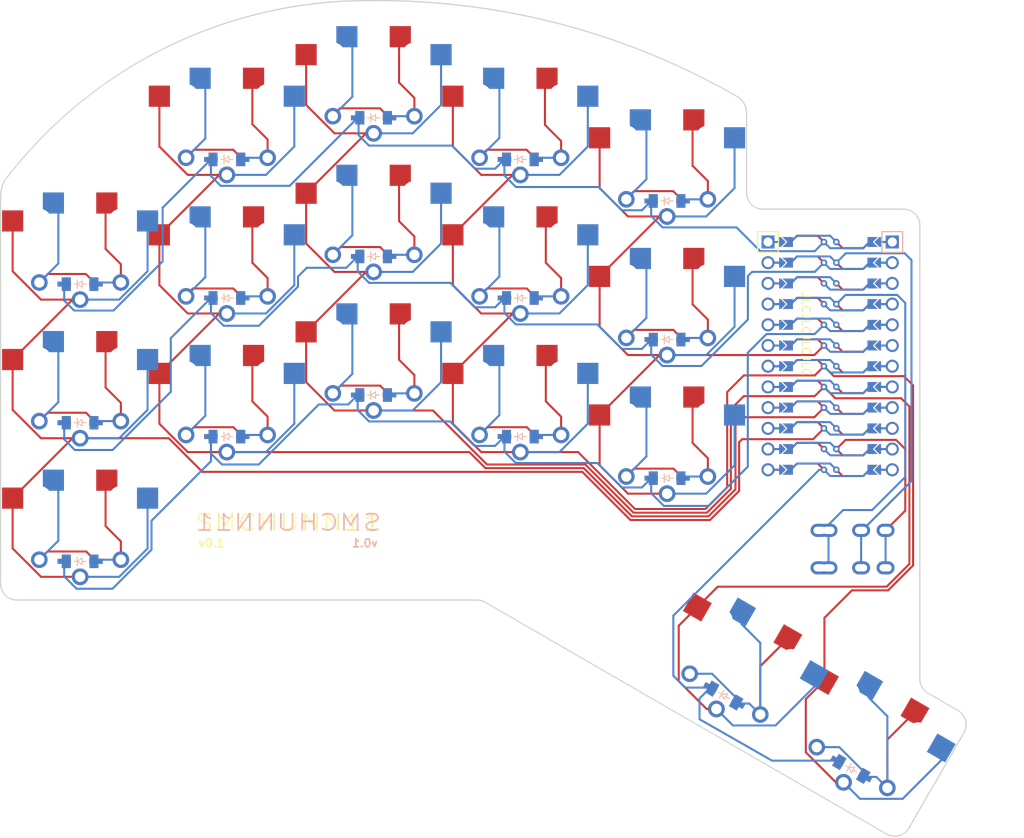
<source format=kicad_pcb>
(kicad_pcb (version 20211014) (generator pcbnew)
  (title_block (title "smcboard") (rev "v1.0.0") (company "Unknown"))
  (layers (0 "F.Cu" signal) (31 "B.Cu" signal) (34 "B.Paste" user) (35 "F.Paste" user) (36 "B.SilkS" user "B.Silkscreen") (37 "F.SilkS" user "F.Silkscreen") (38 "B.Mask" user) (39 "F.Mask" user) (44 "Edge.Cuts" user))
  (net 0 "")
  (net 1 "pinky_bottom")
  (net 2 "P7")
  (net 3 "P2")
  (net 4 "pinky_home")
  (net 5 "P0")
  (net 6 "pinky_top")
  (net 7 "P1")
  (net 8 "ring_bottom")
  (net 9 "P6")
  (net 10 "ring_home")
  (net 11 "ring_top")
  (net 12 "middle_bottom")
  (net 13 "P5")
  (net 14 "middle_home")
  (net 15 "middle_top")
  (net 16 "index_bottom")
  (net 17 "P4")
  (net 18 "index_home")
  (net 19 "index_top")
  (net 20 "inner_bottom")
  (net 21 "P3")
  (net 22 "inner_home")
  (net 23 "inner_top")
  (net 24 "near_thumb")
  (net 25 "P9")
  (net 26 "home_thumb")
  (net 27 "RAW")
  (net 28 "GND")
  (net 29 "RST")
  (net 30 "VCC")
  (net 31 "P21")
  (net 32 "P20")
  (net 33 "P19")
  (net 34 "P18")
  (net 35 "P15")
  (net 36 "P14")
  (net 37 "P16")
  (net 38 "P10")
  (net 39 "P8")
  (footprint "ComboDiode" (layer "F.Cu") (at 174.561539 92.096)
    (fp_text reference "D9" hide)
    (fp_text value "" hide)
  )
  (footprint "PG1350" (layer "F.Cu") (at 174.561539 105.096 180)
    (fp_text reference "S16" hide)
    (fp_text value "" hide)
  )
  (footprint "PG1350" (layer "F.Cu") (at 192.561539 93.196 180)
    (fp_text reference "S24" hide)
    (fp_text value "" hide)
  )
  (footprint "PG1350" (layer "F.Cu") (at 138.561539 108.496 180)
    (fp_text reference "S6" hide)
    (fp_text value "" hide)
  )
  (footprint "PG1350" (layer "F.Cu") (at 174.561539 88.096)
    (fp_text reference "S17" hide)
    (fp_text value "" hide)
  )
  (footprint "PG1350" (layer "F.Cu") (at 210.561539 98.296)
    (fp_text reference "S29" hide)
    (fp_text value "" hide)
  )
  (footprint "PG1350" (layer "F.Cu") (at 156.561539 93.196)
    (fp_text reference "S11" hide)
    (fp_text value "" hide)
  )
  (footprint "PG1350" (layer "F.Cu") (at 138.561539 142.496)
    (fp_text reference "S1" hide)
    (fp_text value "" hide)
  )
  (footprint "PG1350" (layer "F.Cu") (at 138.561539 108.496)
    (fp_text reference "S5" hide)
    (fp_text value "" hide)
  )
  (footprint "PG1350" (layer "F.Cu") (at 156.561539 127.196 180)
    (fp_text reference "S8" hide)
    (fp_text value "" hide)
  )
  (footprint "ComboDiode" (layer "F.Cu") (at 210.561539 102.296)
    (fp_text reference "D15" hide)
    (fp_text value "" hide)
  )
  (footprint "PG1350" (layer "F.Cu") (at 192.561539 93.196)
    (fp_text reference "S23" hide)
    (fp_text value "" hide)
  )
  (footprint "PG1350" (layer "F.Cu") (at 192.561539 127.196 180)
    (fp_text reference "S20" hide)
    (fp_text value "" hide)
  )
  (footprint "ComboDiode" (layer "F.Cu") (at 217.561539 162.960102 -30)
    (fp_text reference "D16" hide)
    (fp_text value "" hide)
  )
  (footprint "PG1350" (layer "F.Cu") (at 138.561539 142.496 180)
    (fp_text reference "S2" hide)
    (fp_text value "" hide)
  )
  (footprint "PG1350" (layer "F.Cu") (at 235.149996 168.496 150)
    (fp_text reference "S34" hide)
    (fp_text value "" hide)
  )
  (footprint "PG1350" (layer "F.Cu") (at 210.561539 115.296 180)
    (fp_text reference "S28" hide)
    (fp_text value "" hide)
  )
  (footprint "ComboDiode" (layer "F.Cu") (at 138.561539 146.496)
    (fp_text reference "D1" hide)
    (fp_text value "" hide)
  )
  (footprint "PG1350" (layer "F.Cu") (at 235.149996 168.496 -30)
    (fp_text reference "S33" hide)
    (fp_text value "" hide)
  )
  (footprint "PG1350" (layer "F.Cu") (at 174.561539 88.096 180)
    (fp_text reference "S18" hide)
    (fp_text value "" hide)
  )
  (footprint "PG1350" (layer "F.Cu") (at 192.561539 110.196 180)
    (fp_text reference "S22" hide)
    (fp_text value "" hide)
  )
  (footprint "ComboDiode" (layer "F.Cu") (at 210.561539 136.296)
    (fp_text reference "D13" hide)
    (fp_text value "" hide)
  )
  (footprint "ComboDiode" (layer "F.Cu") (at 156.561539 131.196)
    (fp_text reference "D4" hide)
    (fp_text value "" hide)
  )
  (footprint "PG1350" (layer "F.Cu") (at 174.561539 105.096)
    (fp_text reference "S15" hide)
    (fp_text value "" hide)
  )
  (footprint "ComboDiode" (layer "F.Cu") (at 192.561539 97.196)
    (fp_text reference "D12" hide)
    (fp_text value "" hide)
  )
  (footprint "PG1350" (layer "F.Cu") (at 156.561539 110.196)
    (fp_text reference "S9" hide)
    (fp_text value "" hide)
  )
  (footprint "ComboDiode" (layer "F.Cu") (at 156.561539 97.196)
    (fp_text reference "D6" hide)
    (fp_text value "" hide)
  )
  (footprint "PG1350" (layer "F.Cu") (at 192.561539 127.196)
    (fp_text reference "S19" hide)
    (fp_text value "" hide)
  )
  (footprint "PG1350" (layer "F.Cu") (at 210.561539 132.296 180)
    (fp_text reference "S26" hide)
    (fp_text value "" hide)
  )
  (footprint "TRRS-PJ-320A-dual" (layer "F.Cu") (at 240.561539 147.296 -90)
    (fp_text reference "REF**")
    (fp_text value "TRRS-PJ-320A-dual")
  )
  (footprint "PG1350" (layer "F.Cu") (at 192.561539 110.196)
    (fp_text reference "S21" hide)
    (fp_text value "" hide)
  )
  (footprint "PG1350" (layer "F.Cu") (at 138.561539 125.496)
    (fp_text reference "S3" hide)
    (fp_text value "" hide)
  )
  (footprint "PG1350" (layer "F.Cu") (at 156.561539 93.196 180)
    (fp_text reference "S12" hide)
    (fp_text value "" hide)
  )
  (footprint "ComboDiode" (layer "F.Cu") (at 156.561539 114.196)
    (fp_text reference "D5" hide)
    (fp_text value "" hide)
  )
  (footprint "PG1350" (layer "F.Cu") (at 156.561539 110.196 180)
    (fp_text reference "S10" hide)
    (fp_text value "" hide)
  )
  (footprint "ComboDiode" (layer "F.Cu") (at 233.149996 171.960102 -30)
    (fp_text reference "D17" hide)
    (fp_text value "" hide)
  )
  (footprint "ComboDiode" (layer "F.Cu") (at 192.561539 114.196)
    (fp_text reference "D11" hide)
    (fp_text value "" hide)
  )
  (footprint "PG1350" (layer "F.Cu") (at 210.561539 115.296)
    (fp_text reference "S27" hide)
    (fp_text value "" hide)
  )
  (footprint "PG1350" (layer "F.Cu") (at 210.561539 98.296 180)
    (fp_text reference "S30" hide)
    (fp_text value "" hide)
  )
  (footprint "ComboDiode" (layer "F.Cu") (at 174.561539 126.096)
    (fp_text reference "D7" hide)
    (fp_text value "" hide)
  )
  (footprint "ComboDiode" (layer "F.Cu") (at 174.561539 109.096)
    (fp_text reference "D8" hide)
    (fp_text value "" hide)
  )
  (footprint "ComboDiode" (layer "F.Cu") (at 210.561539 119.296)
    (fp_text reference "D14" hide)
    (fp_text value "" hide)
  )
  (footprint "PG1350" (layer "F.Cu") (at 156.561539 127.196)
    (fp_text reference "S7" hide)
    (fp_text value "" hide)
  )
  (footprint "PG1350" (layer "F.Cu") (at 210.561539 132.296)
    (fp_text reference "S25" hide)
    (fp_text value "" hide)
  )
  (footprint "PG1350" (layer "F.Cu") (at 174.561539 122.096)
    (fp_text reference "S13" hide)
    (fp_text value "" hide)
  )
  (footprint "ComboDiode" (layer "F.Cu") (at 138.561539 129.496)
    (fp_text reference "D2" hide)
    (fp_text value "" hide)
  )
  (footprint "ComboDiode" (layer "F.Cu") (at 138.561539 112.496)
    (fp_text reference "D3" hide)
    (fp_text value "" hide)
  )
  (footprint "PG1350" (layer "F.Cu") (at 138.561539 125.496 180)
    (fp_text reference "S4" hide)
    (fp_text value "" hide)
  )
  (footprint "PG1350" (layer "F.Cu") (at 174.561539 122.096 180)
    (fp_text reference "S14" hide)
    (fp_text value "" hide)
  )
  (footprint "PG1350" (layer "F.Cu") (at 219.561539 159.496 -30)
    (fp_text reference "S31" hide)
    (fp_text value "" hide)
  )
  (footprint "ComboDiode" (layer "F.Cu") (at 192.561539 131.196)
    (fp_text reference "D10" hide)
    (fp_text value "" hide)
  )
  (footprint "PG1350" (layer "F.Cu") (at 219.561539 159.496 150)
    (fp_text reference "S32" hide)
    (fp_text value "" hide)
  )
  (footprint "ProMicro" (layer "F.Cu") (at 230.561539 121.296 -90)
    (fp_text reference "MCU1" hide)
    (fp_text value "")
  )
  (gr_arc (start 130.811539 151.246) (mid 129.397325 150.660214) (end 128.811539 149.246) (layer "Edge.Cuts") (width 0.15))
  (gr_line (start 188.236221 151.513949) (end 237.486693 179.948722) (layer "Edge.Cuts") (width 0.15))
  (gr_arc (start 246.236693 164.793278) (mid 247.168545 166.007691) (end 246.968744 167.525329) (layer "Edge.Cuts") (width 0.15))
  (gr_line (start 130.811539 151.246) (end 187.236221 151.246) (layer "Edge.Cuts") (width 0.15))
  (gr_arc (start 187.236221 151.246) (mid 187.753859 151.314148) (end 188.236221 151.513949) (layer "Edge.Cuts") (width 0.15))
  (gr_line (start 242.561539 162.671426) (end 246.236693 164.793278) (layer "Edge.Cuts") (width 0.15))
  (gr_line (start 241.561539 160.939376) (end 241.561539 105.296) (layer "Edge.Cuts") (width 0.15))
  (gr_line (start 220.311539 101.296) (end 220.311539 91.546) (layer "Edge.Cuts") (width 0.15))
  (gr_line (start 239.561539 103.296) (end 222.311539 103.296) (layer "Edge.Cuts") (width 0.15))
  (gr_arc (start 242.561539 162.671427) (mid 241.829488 161.939376) (end 241.561539 160.939376) (layer "Edge.Cuts") (width 0.15))
  (gr_line (start 240.218744 179.216672) (end 246.968744 167.525329) (layer "Edge.Cuts") (width 0.15))
  (gr_arc (start 219.456 89.662) (mid 220.087636 90.511422) (end 220.311539 91.546) (layer "Edge.Cuts") (width 0.15))
  (gr_arc (start 128.811539 101.746) (mid 128.931905 100.755181) (end 129.286 99.822) (layer "Edge.Cuts") (width 0.15))
  (gr_arc (start 129.286 99.822) (mid 149.147699 83.448146) (end 174.244 77.724) (layer "Edge.Cuts") (width 0.15))
  (gr_arc (start 240.218743 179.216672) (mid 239.004331 180.148523) (end 237.486693 179.948722) (layer "Edge.Cuts") (width 0.15))
  (gr_arc (start 239.561539 103.296) (mid 240.975753 103.881786) (end 241.561539 105.296) (layer "Edge.Cuts") (width 0.15))
  (gr_arc (start 174.244 77.724) (mid 197.655611 80.641962) (end 219.456 89.662) (layer "Edge.Cuts") (width 0.15))
  (gr_line (start 128.811539 149.246) (end 128.811539 101.746) (layer "Edge.Cuts") (width 0.15))
  (gr_arc (start 222.311539 103.296) (mid 220.897325 102.710214) (end 220.311539 101.296) (layer "Edge.Cuts") (width 0.15))
  (gr_text "v0.1" (at 173.482 144.272) (layer "B.SilkS") (effects (font (size 1 1) (thickness 0.2)) (justify mirror)))
  (gr_text "SMCHUNN11" (at 164.084 141.732) (layer "B.SilkS") (effects (font (size 2 2.5) (thickness 0.2)) (justify mirror)))
  (gr_text "SMCHUNN11" (at 164.084 141.732) (layer "F.SilkS") (effects (font (size 2 2.5) (thickness 0.2))))
  (gr_text "JLCJLCJLCJLC" (at 227.584 118.618 -90) (layer "F.SilkS") (effects (font (size 1 1))))
  (gr_text "v0.1" (at 154.686 144.272) (layer "F.SilkS") (effects (font (size 1 1) (thickness 0.2))))
  (segment (start 141.686538 136.696001) (end 141.686538 142.174302) (width 0.25) (layer "F.Cu") (net 1))
  (segment (start 141.686538 142.174302) (end 143.561539 144.049303) (width 0.25) (layer "F.Cu") (net 1))
  (segment (start 141.836539 136.546) (end 141.686538 136.696001) (width 0.25) (layer "F.Cu") (net 1))
  (segment (start 143.561539 144.049303) (end 143.561539 146.296) (width 0.25) (layer "F.Cu") (net 1))
  (segment (start 139.303539 145.288) (end 134.569539 145.288) (width 0.25) (layer "F.Cu") (net 1))
  (segment (start 140.511539 146.496) (end 139.303539 145.288) (width 0.25) (layer "F.Cu") (net 1))
  (segment (start 134.569539 145.288) (end 133.561539 146.296) (width 0.25) (layer "F.Cu") (net 1))
  (segment (start 135.286539 136.546) (end 135.89 137.149461) (width 0.25) (layer "B.Cu") (net 1))
  (segment (start 143.561539 146.296) (end 140.711539 146.296) (width 0.25) (layer "B.Cu") (net 1))
  (segment (start 140.711539 146.296) (end 140.511539 146.496) (width 0.25) (layer "B.Cu") (net 1))
  (segment (start 135.89 143.967539) (end 133.561539 146.296) (width 0.25) (layer "B.Cu") (net 1))
  (segment (start 135.89 137.149461) (end 135.89 143.967539) (width 0.25) (layer "B.Cu") (net 1))
  (segment (start 228.471539 131.514) (end 229.799539 130.186) (width 0.25) (layer "F.Cu") (net 2))
  (segment (start 138.561539 131.396) (end 149.428682 131.396) (width 0.25) (layer "F.Cu") (net 2))
  (segment (start 133.765078 148.396) (end 138.561539 148.396) (width 0.25) (layer "F.Cu") (net 2))
  (segment (start 130.286539 121.746) (end 130.286539 127.917461) (width 0.25) (layer "F.Cu") (net 2))
  (segment (start 130.286539 127.917461) (end 133.765078 131.396) (width 0.25) (layer "F.Cu") (net 2))
  (segment (start 215.825907 141.429281) (end 219.398 137.857188) (width 0.25) (layer "F.Cu") (net 2))
  (segment (start 130.286539 138.746) (end 137.636539 131.396) (width 0.25) (layer "F.Cu") (net 2))
  (segment (start 133.765078 114.396) (end 138.561539 114.396) (width 0.25) (layer "F.Cu") (net 2))
  (segment (start 149.428682 131.396) (end 153.552682 135.52) (width 0.25) (layer "F.Cu") (net 2))
  (segment (start 219.398 131.884) (end 219.768 131.514) (width 0.25) (layer "F.Cu") (net 2))
  (segment (start 130.286539 104.746) (end 130.286539 110.917461) (width 0.25) (layer "F.Cu") (net 2))
  (segment (start 219.768 131.514) (end 228.471539 131.514) (width 0.25) (layer "F.Cu") (net 2))
  (segment (start 153.552682 135.52) (end 200.158812 135.52) (width 0.25) (layer "F.Cu") (net 2))
  (segment (start 219.398 137.857188) (end 219.398 131.884) (width 0.25) (layer "F.Cu") (net 2))
  (segment (start 133.765078 131.396) (end 138.561539 131.396) (width 0.25) (layer "F.Cu") (net 2))
  (segment (start 137.636539 131.396) (end 138.561539 131.396) (width 0.25) (layer "F.Cu") (net 2))
  (segment (start 130.286539 144.917461) (end 133.765078 148.396) (width 0.25) (layer "F.Cu") (net 2))
  (segment (start 130.286539 121.746) (end 137.636539 114.396) (width 0.25) (layer "F.Cu") (net 2))
  (segment (start 200.158812 135.52) (end 206.068093 141.429281) (width 0.25) (layer "F.Cu") (net 2))
  (segment (start 137.636539 114.396) (end 138.561539 114.396) (width 0.25) (layer "F.Cu") (net 2))
  (segment (start 130.286539 110.917461) (end 133.765078 114.396) (width 0.25) (layer "F.Cu") (net 2))
  (segment (start 206.068093 141.429281) (end 215.825907 141.429281) (width 0.25) (layer "F.Cu") (net 2))
  (segment (start 130.286539 138.746) (end 130.286539 144.917461) (width 0.25) (layer "F.Cu") (net 2))
  (segment (start 146.836539 144.917461) (end 143.358 148.396) (width 0.25) (layer "B.Cu") (net 2))
  (segment (start 146.836539 138.746) (end 146.836539 144.917461) (width 0.25) (layer "B.Cu") (net 2))
  (segment (start 143.358 114.396) (end 138.561539 114.396) (width 0.25) (layer "B.Cu") (net 2))
  (segment (start 146.836539 121.746) (end 146.836539 127.917461) (width 0.25) (layer "B.Cu") (net 2))
  (segment (start 146.836539 104.746) (end 146.836539 110.917461) (width 0.25) (layer "B.Cu") (net 2))
  (segment (start 146.836539 110.917461) (end 143.358 114.396) (width 0.25) (layer "B.Cu") (net 2))
  (segment (start 143.358 131.396) (end 138.561539 131.396) (width 0.25) (layer "B.Cu") (net 2))
  (segment (start 143.358 148.396) (end 138.561539 148.396) (width 0.25) (layer "B.Cu") (net 2))
  (segment (start 146.836539 127.917461) (end 143.358 131.396) (width 0.25) (layer "B.Cu") (net 2))
  (segment (start 172.611539 126.096) (end 172.611539 127.942461) (width 0.25) (layer "B.Cu") (net 3))
  (segment (start 208.611539 138.142461) (end 210.169078 139.7) (width 0.25) (layer "B.Cu") (net 3))
  (segment (start 154.611539 133.275539) (end 154.611539 131.196) (width 0.25) (layer "B.Cu") (net 3))
  (segment (start 136.611539 148.342461) (end 136.611539 146.496) (width 0.25) (layer "B.Cu") (net 3))
  (segment (start 155.956 134.62) (end 154.611539 133.275539) (width 0.25) (layer "B.Cu") (net 3))
  (segment (start 202.001 134.437) (end 205.001 137.437) (width 0.25) (layer "B.Cu") (net 3))
  (segment (start 154.611539 134.221) (end 147.32 141.512539) (width 0.25) (layer "B.Cu") (net 3))
  (segment (start 147.32 141.512539) (end 147.32 145.070396) (width 0.25) (layer "B.Cu") (net 3))
  (segment (start 192.006078 134.437) (end 202.001 134.437) (width 0.25) (layer "B.Cu") (net 3))
  (segment (start 205.001 137.437) (end 207.470539 137.437) (width 0.25) (layer "B.Cu") (net 3))
  (segment (start 208.611539 136.296) (end 208.611539 138.142461) (width 0.25) (layer "B.Cu") (net 3))
  (segment (start 190.611539 133.042461) (end 192.006078 134.437) (width 0.25) (layer "B.Cu") (net 3))
  (segment (start 222.758 118.618) (end 228.667539 118.618) (width 0.25) (layer "B.Cu") (net 3))
  (segment (start 147.32 145.070396) (end 142.530396 149.86) (width 0.25) (layer "B.Cu") (net 3))
  (segment (start 174.006078 129.337) (end 183.947 129.337) (width 0.25) (layer "B.Cu") (net 3))
  (segment (start 171.453539 127.254) (end 167.836396 127.254) (width 0.25) (layer "B.Cu") (net 3))
  (segment (start 215.646 139.7) (end 220.461539 134.884461) (width 0.25) (layer "B.Cu") (net 3))
  (segment (start 183.947 129.337) (end 186.947 132.337) (width 0.25) (layer "B.Cu") (net 3))
  (segment (start 220.461539 134.884461) (end 220.461539 120.914461) (width 0.25) (layer "B.Cu") (net 3))
  (segment (start 154.611539 131.196) (end 154.611539 134.221) (width 0.25) (layer "B.Cu") (net 3))
  (segment (start 172.611539 127.942461) (end 174.006078 129.337) (width 0.25) (layer "B.Cu") (net 3))
  (segment (start 228.667539 118.618) (end 229.799539 117.486) (width 0.25) (layer "B.Cu") (net 3))
  (segment (start 190.611539 131.196) (end 190.611539 133.042461) (width 0.25) (layer "B.Cu") (net 3))
  (segment (start 207.470539 137.437) (end 208.611539 136.296) (width 0.25) (layer "B.Cu") (net 3))
  (segment (start 167.836396 127.254) (end 160.470396 134.62) (width 0.25) (layer "B.Cu") (net 3))
  (segment (start 220.461539 120.914461) (end 222.758 118.618) (width 0.25) (layer "B.Cu") (net 3))
  (segment (start 172.611539 126.096) (end 171.453539 127.254) (width 0.25) (layer "B.Cu") (net 3))
  (segment (start 186.947 132.337) (end 189.470539 132.337) (width 0.25) (layer "B.Cu") (net 3))
  (segment (start 189.470539 132.337) (end 190.611539 131.196) (width 0.25) (layer "B.Cu") (net 3))
  (segment (start 210.169078 139.7) (end 215.646 139.7) (width 0.25) (layer "B.Cu") (net 3))
  (segment (start 138.129078 149.86) (end 136.611539 148.342461) (width 0.25) (layer "B.Cu") (net 3))
  (segment (start 160.470396 134.62) (end 155.956 134.62) (width 0.25) (layer "B.Cu") (net 3))
  (segment (start 142.530396 149.86) (end 138.129078 149.86) (width 0.25) (layer "B.Cu") (net 3))
  (segment (start 141.836539 119.546) (end 141.686538 119.696001) (width 0.25) (layer "F.Cu") (net 4))
  (segment (start 139.285539 128.27) (end 134.587539 128.27) (width 0.25) (layer "F.Cu") (net 4))
  (segment (start 141.686538 125.174302) (end 143.561539 127.049303) (width 0.25) (layer "F.Cu") (net 4))
  (segment (start 143.561539 127.049303) (end 143.561539 129.296) (width 0.25) (layer "F.Cu") (net 4))
  (segment (start 140.511539 129.496) (end 139.285539 128.27) (width 0.25) (layer "F.Cu") (net 4))
  (segment (start 141.686538 119.696001) (end 141.686538 125.174302) (width 0.25) (layer "F.Cu") (net 4))
  (segment (start 134.587539 128.27) (end 133.561539 129.296) (width 0.25) (layer "F.Cu") (net 4))
  (segment (start 140.711539 129.296) (end 140.511539 129.496) (width 0.25) (layer "B.Cu") (net 4))
  (segment (start 135.89 126.967539) (end 133.561539 129.296) (width 0.25) (layer "B.Cu") (net 4))
  (segment (start 135.286539 119.546) (end 135.89 120.149461) (width 0.25) (layer "B.Cu") (net 4))
  (segment (start 143.561539 129.296) (end 140.711539 129.296) (width 0.25) (layer "B.Cu") (net 4))
  (segment (start 135.89 120.149461) (end 135.89 126.967539) (width 0.25) (layer "B.Cu") (net 4))
  (segment (start 171.217539 110.49) (end 166.37 110.49) (width 0.25) (layer "B.Cu") (net 5))
  (segment (start 228.674539 110.991) (end 229.799539 109.866) (width 0.25) (layer "B.Cu") (net 5))
  (segment (start 165.286539 112.803857) (end 160.488396 117.602) (width 0.25) (layer "B.Cu") (net 5))
  (segment (start 136.611539 131.531539) (end 136.611539 129.496) (width 0.25) (layer "B.Cu") (net 5))
  (segment (start 214.775 122.537) (end 220.472 116.84) (width 0.25) (layer "B.Cu") (net 5))
  (segment (start 190.611539 114.196) (end 190.611539 116.042461) (width 0.25) (layer "B.Cu") (net 5))
  (segment (start 137.922 132.842) (end 136.611539 131.531539) (width 0.25) (layer "B.Cu") (net 5))
  (segment (start 165.286539 111.573461) (end 165.286539 112.803857) (width 0.25) (layer "B.Cu") (net 5))
  (segment (start 172.611539 109.096) (end 172.611539 110.942461) (width 0.25) (layer "B.Cu") (net 5))
  (segment (start 190.611539 116.042461) (end 192.006078 117.437) (width 0.25) (layer "B.Cu") (net 5))
  (segment (start 220.472 116.84) (end 220.472 111.506) (width 0.25) (layer "B.Cu") (net 5))
  (segment (start 205.006078 120.437) (end 207.470539 120.437) (width 0.25) (layer "B.Cu") (net 5))
  (segment (start 174.006078 112.337) (end 183.965 112.337) (width 0.25) (layer "B.Cu") (net 5))
  (segment (start 208.611539 119.296) (end 208.611539 121.142461) (width 0.25) (layer "B.Cu") (net 5))
  (segment (start 183.965 112.337) (end 186.965 115.337) (width 0.25) (layer "B.Cu") (net 5))
  (segment (start 202.006078 117.437) (end 205.006078 120.437) (width 0.25) (layer "B.Cu") (net 5))
  (segment (start 142.548396 132.842) (end 137.922 132.842) (width 0.25) (layer "B.Cu") (net 5))
  (segment (start 189.470539 115.337) (end 190.611539 114.196) (width 0.25) (layer "B.Cu") (net 5))
  (segment (start 208.611539 121.142461) (end 210.006078 122.537) (width 0.25) (layer "B.Cu") (net 5))
  (segment (start 149.686538 119.121001) (end 149.686538 125.703858) (width 0.25) (layer "B.Cu") (net 5))
  (segment (start 210.006078 122.537) (end 214.775 122.537) (width 0.25) (layer "B.Cu") (net 5))
  (segment (start 156.171078 117.602) (end 154.611539 116.042461) (width 0.25) (layer "B.Cu") (net 5))
  (segment (start 172.611539 109.096) (end 171.217539 110.49) (width 0.25) (layer "B.Cu") (net 5))
  (segment (start 172.611539 110.942461) (end 174.006078 112.337) (width 0.25) (layer "B.Cu") (net 5))
  (segment (start 207.470539 120.437) (end 208.611539 119.296) (width 0.25) (layer "B.Cu") (net 5))
  (segment (start 220.987 110.991) (end 228.674539 110.991) (width 0.25) (layer "B.Cu") (net 5))
  (segment (start 186.965 115.337) (end 189.470539 115.337) (width 0.25) (layer "B.Cu") (net 5))
  (segment (start 149.686538 125.703858) (end 142.548396 132.842) (width 0.25) (layer "B.Cu") (net 5))
  (segment (start 154.611539 116.042461) (end 154.611539 114.196) (width 0.25) (layer "B.Cu") (net 5))
  (segment (start 160.488396 117.602) (end 156.171078 117.602) (width 0.25) (layer "B.Cu") (net 5))
  (segment (start 220.472 111.506) (end 220.987 110.991) (width 0.25) (layer "B.Cu") (net 5))
  (segment (start 166.37 110.49) (end 165.286539 111.573461) (width 0.25) (layer "B.Cu") (net 5))
  (segment (start 192.006078 117.437) (end 202.006078 117.437) (width 0.25) (layer "B.Cu") (net 5))
  (segment (start 154.611539 114.196) (end 149.686538 119.121001) (width 0.25) (layer "B.Cu") (net 5))
  (segment (start 140.511539 112.496) (end 139.267539 111.252) (width 0.25) (layer "F.Cu") (net 6))
  (segment (start 141.686538 102.696001) (end 141.686538 108.174302) (width 0.25) (layer "F.Cu") (net 6))
  (segment (start 139.267539 111.252) (end 134.605539 111.252) (width 0.25) (layer "F.Cu") (net 6))
  (segment (start 134.605539 111.252) (end 133.561539 112.296) (width 0.25) (layer "F.Cu") (net 6))
  (segment (start 141.836539 102.546) (end 141.686538 102.696001) (width 0.25) (layer "F.Cu") (net 6))
  (segment (start 143.561539 110.049303) (end 143.561539 112.296) (width 0.25) (layer "F.Cu") (net 6))
  (segment (start 141.686538 108.174302) (end 143.561539 110.049303) (width 0.25) (layer "F.Cu") (net 6))
  (segment (start 135.286539 102.546) (end 135.89 103.149461) (width 0.25) (layer "B.Cu") (net 6))
  (segment (start 135.89 109.967539) (end 133.561539 112.296) (width 0.25) (layer "B.Cu") (net 6))
  (segment (start 143.561539 112.296) (end 140.711539 112.296) (width 0.25) (layer "B.Cu") (net 6))
  (segment (start 135.89 103.149461) (end 135.89 109.967539) (width 0.25) (layer "B.Cu") (net 6))
  (segment (start 140.711539 112.296) (end 140.511539 112.496) (width 0.25) (layer "B.Cu") (net 6))
  (segment (start 173.99 95.504) (end 184.173078 95.504) (width 0.25) (layer "B.Cu") (net 7))
  (segment (start 228.667539 108.458) (end 229.799539 107.326) (width 0.25) (layer "B.Cu") (net 7))
  (segment (start 137.835 115.737) (end 136.611539 114.513539) (width 0.25) (layer "B.Cu") (net 7))
  (segment (start 142.653396 115.737) (end 137.835 115.737) (width 0.25) (layer "B.Cu") (net 7))
  (segment (start 172.611539 92.096) (end 164.270539 100.437) (width 0.25) (layer "B.Cu") (net 7))
  (segment (start 154.611539 97.196) (end 148.684118 103.123421) (width 0.25) (layer "B.Cu") (net 7))
  (segment (start 148.684118 109.706278) (end 142.653396 115.737) (width 0.25) (layer "B.Cu") (net 7))
  (segment (start 190.611539 99.171539) (end 192.024 100.584) (width 0.25) (layer "B.Cu") (net 7))
  (segment (start 172.72 92.204461) (end 172.72 94.234) (width 0.25) (layer "B.Cu") (net 7))
  (segment (start 210.006078 105.537) (end 219.075 105.537) (width 0.25) (layer "B.Cu") (net 7))
  (segment (start 202.153078 100.584) (end 205.006078 103.437) (width 0.25) (layer "B.Cu") (net 7))
  (segment (start 164.270539 100.437) (end 155.809 100.437) (width 0.25) (layer "B.Cu") (net 7))
  (segment (start 192.024 100.584) (end 202.153078 100.584) (width 0.25) (layer "B.Cu") (net 7))
  (segment (start 189.470539 98.337) (end 190.611539 97.196) (width 0.25) (layer "B.Cu") (net 7))
  (segment (start 155.809 100.437) (end 154.611539 99.239539) (width 0.25) (layer "B.Cu") (net 7))
  (segment (start 208.611539 104.142461) (end 210.006078 105.537) (width 0.25) (layer "B.Cu") (net 7))
  (segment (start 205.006078 103.437) (end 207.470539 103.437) (width 0.25) (layer "B.Cu") (net 7))
  (segment (start 190.611539 97.196) (end 190.611539 99.171539) (width 0.25) (layer "B.Cu") (net 7))
  (segment (start 136.611539 114.513539) (end 136.611539 112.496) (width 0.25) (layer "B.Cu") (net 7))
  (segment (start 184.173078 95.504) (end 187.006078 98.337) (width 0.25) (layer "B.Cu") (net 7))
  (segment (start 208.611539 102.296) (end 208.611539 104.142461) (width 0.25) (layer "B.Cu") (net 7))
  (segment (start 154.611539 99.239539) (end 154.611539 97.196) (width 0.25) (layer "B.Cu") (net 7))
  (segment (start 207.470539 103.437) (end 208.611539 102.296) (width 0.25) (layer "B.Cu") (net 7))
  (segment (start 172.611539 92.096) (end 172.72 92.204461) (width 0.25) (layer "B.Cu") (net 7))
  (segment (start 187.006078 98.337) (end 189.470539 98.337) (width 0.25) (layer "B.Cu") (net 7))
  (segment (start 172.72 94.234) (end 173.99 95.504) (width 0.25) (layer "B.Cu") (net 7))
  (segment (start 148.684118 103.123421) (end 148.684118 109.706278) (width 0.25) (layer "B.Cu") (net 7))
  (segment (start 221.996 108.458) (end 228.667539 108.458) (width 0.25) (layer "B.Cu") (net 7))
  (segment (start 219.075 105.537) (end 221.996 108.458) (width 0.25) (layer "B.Cu") (net 7))
  (segment (start 159.836539 121.246) (end 159.686538 121.396001) (width 0.25) (layer "F.Cu") (net 8))
  (segment (start 159.686538 121.396001) (end 159.686538 126.874302) (width 0.25) (layer "F.Cu") (net 8))
  (segment (start 157.361039 130.0455) (end 152.512039 130.0455) (width 0.25) (layer "F.Cu") (net 8))
  (segment (start 161.561539 128.749303) (end 161.561539 130.996) (width 0.25) (layer "F.Cu") (net 8))
  (segment (start 159.686538 126.874302) (end 161.561539 128.749303) (width 0.25) (layer "F.Cu") (net 8))
  (segment (start 158.511539 131.196) (end 157.361039 130.0455) (width 0.25) (layer "F.Cu") (net 8))
  (segment (start 152.512039 130.0455) (end 151.561539 130.996) (width 0.25) (layer "F.Cu") (net 8))
  (segment (start 153.286539 121.246) (end 153.924 121.883461) (width 0.25) (layer "B.Cu") (net 8))
  (segment (start 161.561539 130.996) (end 158.711539 130.996) (width 0.25) (layer "B.Cu") (net 8))
  (segment (start 153.924 121.883461) (end 153.924 128.633539) (width 0.25) (layer "B.Cu") (net 8))
  (segment (start 158.711539 130.996) (end 158.511539 131.196) (width 0.25) (layer "B.Cu") (net 8))
  (segment (start 153.924 128.633539) (end 151.561539 130.996) (width 0.25) (layer "B.Cu") (net 8))
  (segment (start 151.765078 99.096) (end 156.561539 99.096) (width 0.25) (layer "F.Cu") (net 9))
  (segment (start 215.639511 140.979281) (end 218.948 137.670792) (width 0.25) (layer "F.Cu") (net 9))
  (segment (start 219.920337 128.821663) (end 228.623876 128.821663) (width 0.25) (layer "F.Cu") (net 9))
  (segment (start 148.286539 106.446) (end 155.636539 99.096) (width 0.25) (layer "F.Cu") (net 9))
  (segment (start 148.286539 106.446) (end 148.286539 112.617461) (width 0.25) (layer "F.Cu") (net 9))
  (segment (start 218.948 137.670792) (end 218.948 129.794) (width 0.25) (layer "F.Cu") (net 9))
  (segment (start 200.345208 135.07) (end 206.254489 140.979281) (width 0.25) (layer "F.Cu") (net 9))
  (segment (start 206.254489 140.979281) (end 215.639511 140.979281) (width 0.25) (layer "F.Cu") (net 9))
  (segment (start 148.286539 112.617461) (end 151.765078 116.096) (width 0.25) (layer "F.Cu") (net 9))
  (segment (start 155.636539 99.096) (end 156.561539 99.096) (width 0.25) (layer "F.Cu") (net 9))
  (segment (start 188.281604 135.07) (end 200.345208 135.07) (width 0.25) (layer "F.Cu") (net 9))
  (segment (start 156.561539 133.096) (end 186.307604 133.096) (width 0.25) (layer "F.Cu") (net 9))
  (segment (start 218.948 129.794) (end 219.920337 128.821663) (width 0.25) (layer "F.Cu") (net 9))
  (segment (start 155.636539 116.096) (end 156.561539 116.096) (width 0.25) (layer "F.Cu") (net 9))
  (segment (start 148.286539 89.446) (end 148.286539 95.617461) (width 0.25) (layer "F.Cu") (net 9))
  (segment (start 148.286539 123.446) (end 155.636539 116.096) (width 0.25) (layer "F.Cu") (net 9))
  (segment (start 228.623876 128.821663) (end 229.799539 127.646) (width 0.25) (layer "F.Cu") (net 9))
  (segment (start 148.286539 123.446) (end 148.286539 129.617461) (width 0.25) (layer "F.Cu") (net 9))
  (segment (start 151.765078 133.096) (end 156.561539 133.096) (width 0.25) (layer "F.Cu") (net 9))
  (segment (start 151.765078 116.096) (end 156.561539 116.096) (width 0.25) (layer "F.Cu") (net 9))
  (segment (start 148.286539 95.617461) (end 151.765078 99.096) (width 0.25) (layer "F.Cu") (net 9))
  (segment (start 186.307604 133.096) (end 188.281604 135.07) (width 0.25) (layer "F.Cu") (net 9))
  (segment (start 148.286539 129.617461) (end 151.765078 133.096) (width 0.25) (layer "F.Cu") (net 9))
  (segment (start 161.358 133.096) (end 156.561539 133.096) (width 0.25) (layer "B.Cu") (net 9))
  (segment (start 164.836539 123.446) (end 164.836539 129.617461) (width 0.25) (layer "B.Cu") (net 9))
  (segment (start 164.836539 129.617461) (end 161.358 133.096) (width 0.25) (layer "B.Cu") (net 9))
  (segment (start 161.358 99.096) (end 156.561539 99.096) (width 0.25) (layer "B.Cu") (net 9))
  (segment (start 164.836539 95.617461) (end 161.358 99.096) (width 0.25) (layer "B.Cu") (net 9))
  (segment (start 161.358 116.096) (end 156.561539 116.096) (width 0.25) (layer "B.Cu") (net 9))
  (segment (start 164.836539 89.446) (end 164.836539 95.617461) (width 0.25) (layer "B.Cu") (net 9))
  (segment (start 164.836539 106.446) (end 164.836539 112.617461) (width 0.25) (layer "B.Cu") (net 9))
  (segment (start 164.836539 112.617461) (end 161.358 116.096) (width 0.25) (layer "B.Cu") (net 9))
  (segment (start 159.686538 104.396001) (end 159.686538 109.874302) (width 0.25) (layer "F.Cu") (net 10))
  (segment (start 161.561539 111.749303) (end 161.561539 113.996) (width 0.25) (layer "F.Cu") (net 10))
  (segment (start 157.345539 113.03) (end 152.4 113.03) (width 0.25) (layer "F.Cu") (net 10))
  (segment (start 159.686538 109.874302) (end 161.561539 111.749303) (width 0.25) (layer "F.Cu") (net 10))
  (segment (start 159.836539 104.246) (end 159.686538 104.396001) (width 0.25) (layer "F.Cu") (net 10))
  (segment (start 152.4 113.03) (end 151.561539 113.868461) (width 0.25) (layer "F.Cu") (net 10))
  (segment (start 158.511539 114.196) (end 157.345539 113.03) (width 0.25) (layer "F.Cu") (net 10))
  (segment (start 151.561539 113.868461) (end 151.561539 113.996) (width 0.25) (layer "F.Cu") (net 10))
  (segment (start 153.286539 104.246) (end 153.924 104.883461) (width 0.25) (layer "B.Cu") (net 10))
  (segment (start 161.561539 113.996) (end 158.711539 113.996) (width 0.25) (layer "B.Cu") (net 10))
  (segment (start 158.711539 113.996) (end 158.511539 114.196) (width 0.25) (layer "B.Cu") (net 10))
  (segment (start 153.924 111.633539) (end 151.561539 113.996) (width 0.25) (layer "B.Cu") (net 10))
  (segment (start 153.924 104.883461) (end 153.924 111.633539) (width 0.25) (layer "B.Cu") (net 10))
  (segment (start 152.545539 96.012) (end 151.561539 96.996) (width 0.25) (layer "F.Cu") (net 11))
  (segment (start 159.836539 87.246) (end 159.686538 87.396001) (width 0.25) (layer "F.Cu") (net 11))
  (segment (start 158.511539 97.196) (end 157.327539 96.012) (width 0.25) (layer "F.Cu") (net 11))
  (segment (start 159.686538 87.396001) (end 159.686538 92.874302) (width 0.25) (layer "F.Cu") (net 11))
  (segment (start 157.327539 96.012) (end 152.545539 96.012) (width 0.25) (layer "F.Cu") (net 11))
  (segment (start 161.561539 94.749303) (end 161.561539 96.996) (width 0.25) (layer "F.Cu") (net 11))
  (segment (start 159.686538 92.874302) (end 161.561539 94.749303) (width 0.25) (layer "F.Cu") (net 11))
  (segment (start 158.711539 96.996) (end 158.511539 97.196) (width 0.25) (layer "B.Cu") (net 11))
  (segment (start 161.561539 96.996) (end 158.711539 96.996) (width 0.25) (layer "B.Cu") (net 11))
  (segment (start 153.286539 87.246) (end 153.924 87.883461) (width 0.25) (layer "B.Cu") (net 11))
  (segment (start 153.924 87.883461) (end 153.924 94.633539) (width 0.25) (layer "B.Cu") (net 11))
  (segment (start 153.924 94.633539) (end 151.561539 96.996) (width 0.25) (layer "B.Cu") (net 11))
  (segment (start 177.836539 116.146) (end 177.686538 116.296001) (width 0.25) (layer "F.Cu") (net 12))
  (segment (start 175.361039 124.9455) (end 170.512039 124.9455) (width 0.25) (layer "F.Cu") (net 12))
  (segment (start 176.511539 126.096) (end 175.361039 124.9455) (width 0.25) (layer "F.Cu") (net 12))
  (segment (start 170.512039 124.9455) (end 169.561539 125.896) (width 0.25) (layer "F.Cu") (net 12))
  (segment (start 177.686538 121.774302) (end 179.561539 123.649303) (width 0.25) (layer "F.Cu") (net 12))
  (segment (start 179.561539 123.649303) (end 179.561539 125.896) (width 0.25) (layer "F.Cu") (net 12))
  (segment (start 177.686538 116.296001) (end 177.686538 121.774302) (width 0.25) (layer "F.Cu") (net 12))
  (segment (start 176.711539 125.896) (end 176.511539 126.096) (width 0.25) (layer "B.Cu") (net 12))
  (segment (start 171.958 123.499539) (end 169.561539 125.896) (width 0.25) (layer "B.Cu") (net 12))
  (segment (start 171.958 116.817461) (end 171.958 123.499539) (width 0.25) (layer "B.Cu") (net 12))
  (segment (start 179.561539 125.896) (end 176.711539 125.896) (width 0.25) (layer "B.Cu") (net 12))
  (segment (start 171.286539 116.146) (end 171.958 116.817461) (width 0.25) (layer "B.Cu") (net 12))
  (segment (start 174.561539 127.996) (end 181.844 127.996) (width 0.25) (layer "F.Cu") (net 13))
  (segment (start 181.844 127.996) (end 188.468 134.62) (width 0.25) (layer "F.Cu") (net 13))
  (segment (start 211.990412 161.190412) (end 215.40555 164.60555) (width 0.25) (layer "F.Cu") (net 13))
  (segment (start 240.284 146.812) (end 240.284 127.508) (width 0.25) (layer "F.Cu") (net 13))
  (segment (start 166.286539 90.517461) (end 169.765078 93.996) (width 0.25) (layer "F.Cu") (net 13))
  (segment (start 169.765078 110.996) (end 174.561539 110.996) (width 0.25) (layer "F.Cu") (net 13))
  (segment (start 240.284 127.508) (end 239.268 126.492) (width 0.25) (layer "F.Cu") (net 13))
  (segment (start 214.270179 152.110905) (end 216.775084 149.606) (width 0.25) (layer "F.Cu") (net 13))
  (segment (start 166.286539 118.346) (end 166.286539 124.517461) (width 0.25) (layer "F.Cu") (net 13))
  (segment (start 215.40555 164.60555) (end 216.611539 164.60555) (width 0.25) (layer "F.Cu") (net 13))
  (segment (start 216.775084 149.606) (end 237.49 149.606) (width 0.25) (layer "F.Cu") (net 13))
  (segment (start 237.49 149.606) (end 240.284 146.812) (width 0.25) (layer "F.Cu") (net 13))
  (segment (start 228.667539 126.238) (end 229.799539 125.106) (width 0.25) (layer "F.Cu") (net 13))
  (segment (start 166.286539 107.517461) (end 169.765078 110.996) (width 0.25) (layer "F.Cu") (net 13))
  (segment (start 211.990412 154.390672) (end 211.990412 161.190412) (width 0.25) (layer "F.Cu") (net 13))
  (segment (start 166.286539 101.346) (end 166.286539 107.517461) (width 0.25) (layer "F.Cu") (net 13))
  (segment (start 166.286539 101.346) (end 173.636539 93.996) (width 0.25) (layer "F.Cu") (net 13))
  (segment (start 218.382 137.600396) (end 218.382 127.82) (width 0.25) (layer "F.Cu") (net 13))
  (segment (start 169.765078 127.996) (end 174.561539 127.996) (width 0.25) (layer "F.Cu") (net 13))
  (segment (start 218.382 127.82) (end 219.964 126.238) (width 0.25) (layer "F.Cu") (net 13))
  (segment (start 188.468 134.62) (end 200.531604 134.62) (width 0.25) (layer "F.Cu") (net 13))
  (segment (start 206.440885 140.529281) (end 215.453115 140.529281) (width 0.25) (layer "F.Cu") (net 13))
  (segment (start 231.185539 126.492) (end 229.799539 125.106) (width 0.25) (layer "F.Cu") (net 13))
  (segment (start 166.286539 84.346) (end 166.286539 90.517461) (width 0.25) (layer "F.Cu") (net 13))
  (segment (start 173.636539 93.996) (end 174.561539 93.996) (width 0.25) (layer "F.Cu") (net 13))
  (segment (start 169.765078 93.996) (end 174.561539 93.996) (width 0.25) (layer "F.Cu") (net 13))
  (segment (start 166.286539 118.346) (end 173.636539 110.996) (width 0.25) (layer "F.Cu") (net 13))
  (segment (start 219.964 126.238) (end 228.667539 126.238) (width 0.25) (layer "F.Cu") (net 13))
  (segment (start 166.286539 124.517461) (end 169.765078 127.996) (width 0.25) (layer "F.Cu") (net 13))
  (segment (start 215.453115 140.529281) (end 218.382 137.600396) (width 0.25) (layer "F.Cu") (net 13))
  (segment (start 173.636539 110.996) (end 174.561539 110.996) (width 0.25) (layer "F.Cu") (net 13))
  (segment (start 200.531604 134.62) (end 206.440885 140.529281) (width 0.25) (layer "F.Cu") (net 13))
  (segment (start 239.268 126.492) (end 231.185539 126.492) (width 0.25) (layer "F.Cu") (net 13))
  (segment (start 214.270179 152.110905) (end 211.990412 154.390672) (width 0.25) (layer "F.Cu") (net 13))
  (segment (start 182.836539 84.346) (end 182.836539 90.517461) (width 0.25) (layer "B.Cu") (net 13))
  (segment (start 179.358 127.996) (end 174.561539 127.996) (width 0.25) (layer "B.Cu") (net 13))
  (segment (start 179.358 110.996) (end 174.561539 110.996) (width 0.25) (layer "B.Cu") (net 13))
  (segment (start 228.602899 161.887016) (end 223.862018 166.627897) (width 0.25) (layer "B.Cu") (net 13))
  (segment (start 182.836539 90.517461) (end 179.358 93.996) (width 0.25) (layer "B.Cu") (net 13))
  (segment (start 218.633886 166.627897) (end 216.611539 164.60555) (width 0.25) (layer "B.Cu") (net 13))
  (segment (start 228.602899 160.385905) (end 228.602899 161.887016) (width 0.25) (layer "B.Cu") (net 13))
  (segment (start 179.358 93.996) (end 174.561539 93.996) (width 0.25) (layer "B.Cu") (net 13))
  (segment (start 182.836539 118.346) (end 182.836539 124.517461) (width 0.25) (layer "B.Cu") (net 13))
  (segment (start 182.836539 101.346) (end 182.836539 107.517461) (width 0.25) (layer "B.Cu") (net 13))
  (segment (start 182.836539 124.517461) (end 179.358 127.996) (width 0.25) (layer "B.Cu") (net 13))
  (segment (start 182.836539 107.517461) (end 179.358 110.996) (width 0.25) (layer "B.Cu") (net 13))
  (segment (start 223.862018 166.627897) (end 218.633886 166.627897) (width 0.25) (layer "B.Cu") (net 13))
  (segment (start 177.686538 104.774302) (end 179.561539 106.649303) (width 0.25) (layer "F.Cu") (net 14))
  (segment (start 177.686538 99.296001) (end 177.686538 104.774302) (width 0.25) (layer "F.Cu") (net 14))
  (segment (start 175.361039 107.9455) (end 170.512039 107.9455) (width 0.25) (layer "F.Cu") (net 14))
  (segment (start 177.836539 99.146) (end 177.686538 99.296001) (width 0.25) (layer "F.Cu") (net 14))
  (segment (start 176.511539 109.096) (end 175.361039 107.9455) (width 0.25) (layer "F.Cu") (net 14))
  (segment (start 179.561539 106.649303) (end 179.561539 108.896) (width 0.25) (layer "F.Cu") (net 14))
  (segment (start 170.512039 107.9455) (end 169.561539 108.896) (width 0.25) (layer "F.Cu") (net 14))
  (segment (start 171.958 106.499539) (end 169.561539 108.896) (width 0.25) (layer "B.Cu") (net 14))
  (segment (start 179.561539 108.896) (end 176.711539 108.896) (width 0.25) (layer "B.Cu") (net 14))
  (segment (start 176.711539 108.896) (end 176.511539 109.096) (width 0.25) (layer "B.Cu") (net 14))
  (segment (start 171.958 99.817461) (end 171.958 106.499539) (width 0.25) (layer "B.Cu") (net 14))
  (segment (start 171.286539 99.146) (end 171.958 99.817461) (width 0.25) (layer "B.Cu") (net 14))
  (segment (start 175.347539 90.932) (end 170.434 90.932) (width 0.25) (layer "F.Cu") (net 15))
  (segment (start 179.561539 89.649303) (end 179.561539 91.896) (width 0.25) (layer "F.Cu") (net 15))
  (segment (start 177.836539 82.146) (end 177.686538 82.296001) (width 0.25) (layer "F.Cu") (net 15))
  (segment (start 177.686538 82.296001) (end 177.686538 87.774302) (width 0.25) (layer "F.Cu") (net 15))
  (segment (start 177.686538 87.774302) (end 179.561539 89.649303) (width 0.25) (layer "F.Cu") (net 15))
  (segment (start 170.434 90.932) (end 169.561539 91.804461) (width 0.25) (layer "F.Cu") (net 15))
  (segment (start 169.561539 91.804461) (end 169.561539 91.896) (width 0.25) (layer "F.Cu") (net 15))
  (segment (start 176.511539 92.096) (end 175.347539 90.932) (width 0.25) (layer "F.Cu") (net 15))
  (segment (start 176.711539 91.896) (end 176.511539 92.096) (width 0.25) (layer "B.Cu") (net 15))
  (segment (start 171.286539 82.146) (end 171.958 82.817461) (width 0.25) (layer "B.Cu") (net 15))
  (segment (start 171.958 89.499539) (end 169.561539 91.896) (width 0.25) (layer "B.Cu") (net 15))
  (segment (start 179.561539 91.896) (end 176.711539 91.896) (width 0.25) (layer "B.Cu") (net 15))
  (segment (start 171.958 82.817461) (end 171.958 89.499539) (width 0.25) (layer "B.Cu") (net 15))
  (segment (start 195.686538 121.396001) (end 195.686538 126.874302) (width 0.25) (layer "F.Cu") (net 16))
  (segment (start 195.836539 121.246) (end 195.686538 121.396001) (width 0.25) (layer "F.Cu") (net 16))
  (segment (start 188.512039 130.0455) (end 187.561539 130.996) (width 0.25) (layer "F.Cu") (net 16))
  (segment (start 197.561539 128.749303) (end 197.561539 130.996) (width 0.25) (layer "F.Cu") (net 16))
  (segment (start 194.511539 131.196) (end 193.361039 130.0455) (width 0.25) (layer "F.Cu") (net 16))
  (segment (start 195.686538 126.874302) (end 197.561539 128.749303) (width 0.25) (layer "F.Cu") (net 16))
  (segment (start 193.361039 130.0455) (end 188.512039 130.0455) (width 0.25) (layer "F.Cu") (net 16))
  (segment (start 197.561539 130.996) (end 194.711539 130.996) (width 0.25) (layer "B.Cu") (net 16))
  (segment (start 189.286539 121.246) (end 189.992 121.951461) (width 0.25) (layer "B.Cu") (net 16))
  (segment (start 189.992 128.565539) (end 187.561539 130.996) (width 0.25) (layer "B.Cu") (net 16))
  (segment (start 189.992 121.951461) (end 189.992 128.565539) (width 0.25) (layer "B.Cu") (net 16))
  (segment (start 194.711539 130.996) (end 194.511539 131.196) (width 0.25) (layer "B.Cu") (net 16))
  (segment (start 231.26355 173.60555) (end 232.199996 173.60555) (width 0.25) (layer "F.Cu") (net 17))
  (segment (start 184.286539 123.446) (end 184.286539 129.617461) (width 0.25) (layer "F.Cu") (net 17))
  (segment (start 229.858636 161.110905) (end 227.578869 163.390672) (width 0.25) (layer "F.Cu") (net 17))
  (segment (start 237.676396 150.056) (end 240.734 146.998396) (width 0.25) (layer "F.Cu") (net 17))
  (segment (start 240.734 146.998396) (end 240.734 124.91) (width 0.25) (layer "F.Cu") (net 17))
  (segment (start 191.636539 99.096) (end 192.561539 99.096) (width 0.25) (layer "F.Cu") (net 17))
  (segment (start 239.606 123.782) (end 231.015539 123.782) (width 0.25) (layer "F.Cu") (net 17))
  (segment (start 206.627281 140.079281) (end 215.266719 140.079281) (width 0.25) (layer "F.Cu") (net 17))
  (segment (start 228.674539 123.691) (end 229.799539 122.566) (width 0.25) (layer "F.Cu") (net 17))
  (segment (start 184.286539 106.446) (end 191.636539 99.096) (width 0.25) (layer "F.Cu") (net 17))
  (segment (start 227.578869 163.390672) (end 227.578869 169.920869) (width 0.25) (layer "F.Cu") (net 17))
  (segment (start 229.858636 161.110905) (end 229.858636 153.427364) (width 0.25) (layer "F.Cu") (net 17))
  (segment (start 191.636539 116.096) (end 192.561539 116.096) (width 0.25) (layer "F.Cu") (net 17))
  (segment (start 184.286539 129.617461) (end 187.765078 133.096) (width 0.25) (layer "F.Cu") (net 17))
  (segment (start 229.858636 153.427364) (end 233.23 150.056) (width 0.25) (layer "F.Cu") (net 17))
  (segment (start 184.286539 89.446) (end 184.286539 95.617461) (width 0.25) (layer "F.Cu") (net 17))
  (segment (start 187.765078 99.096) (end 192.561539 99.096) (width 0.25) (layer "F.Cu") (net 17))
  (segment (start 184.286539 112.617461) (end 187.765078 116.096) (width 0.25) (layer "F.Cu") (net 17))
  (segment (start 199.644 133.096) (end 206.627281 140.079281) (width 0.25) (layer "F.Cu") (net 17))
  (segment (start 215.266719 140.079281) (end 217.932 137.414) (width 0.25) (layer "F.Cu") (net 17))
  (segment (start 187.765078 116.096) (end 192.561539 116.096) (width 0.25) (layer "F.Cu") (net 17))
  (segment (start 192.561539 133.096) (end 199.644 133.096) (width 0.25) (layer "F.Cu") (net 17))
  (segment (start 217.932 125.73) (end 219.971 123.691) (width 0.25) (layer "F.Cu") (net 17))
  (segment (start 187.765078 133.096) (end 192.561539 133.096) (width 0.25) (layer "F.Cu") (net 17))
  (segment (start 219.971 123.691) (end 228.674539 123.691) (width 0.25) (layer "F.Cu") (net 17))
  (segment (start 184.286539 106.446) (end 184.286539 112.617461) (width 0.25) (layer "F.Cu") (net 17))
  (segment (start 184.286539 123.446) (end 191.636539 116.096) (width 0.25) (layer "F.Cu") (net 17))
  (segment (start 217.932 137.414) (end 217.932 125.73) (width 0.25) (layer "F.Cu") (net 17))
  (segment (start 233.23 150.056) (end 237.676396 150.056) (width 0.25) (layer "F.Cu") (net 17))
  (segment (start 231.015539 123.782) (end 229.799539 122.566) (width 0.25) (layer "F.Cu") (net 17))
  (segment (start 227.578869 169.920869) (end 231.26355 173.60555) (width 0.25) (layer "F.Cu") (net 17))
  (segment (start 240.734 124.91) (end 239.606 123.782) (width 0.25) (layer "F.Cu") (net 17))
  (segment (start 184.286539 95.617461) (end 187.765078 99.096) (width 0.25) (layer "F.Cu") (net 17))
  (segment (start 197.358 133.096) (end 192.561539 133.096) (width 0.25) (layer "B.Cu") (net 17))
  (segment (start 200.836539 106.446) (end 200.836539 112.617461) (width 0.25) (layer "B.Cu") (net 17))
  (segment (start 197.358 116.096) (end 192.561539 116.096) (width 0.25) (layer "B.Cu") (net 17))
  (segment (start 244.191356 169.385905) (end 244.191356 170.887016) (width 0.25) (layer "B.Cu") (net 17))
  (segment (start 239.450475 175.627897) (end 234.222343 175.627897) (width 0.25) (layer "B.Cu") (net 17))
  (segment (start 200.836539 95.617461) (end 197.358 99.096) (width 0.25) (layer "B.Cu") (net 17))
  (segment (start 200.836539 112.617461) (end 197.358 116.096) (width 0.25) (layer "B.Cu") (net 17))
  (segment (start 200.836539 129.617461) (end 197.358 133.096) (width 0.25) (layer "B.Cu") (net 17))
  (segment (start 197.358 99.096) (end 192.561539 99.096) (width 0.25) (layer "B.Cu") (net 17))
  (segment (start 200.836539 123.446) (end 200.836539 129.617461) (width 0.25) (layer "B.Cu") (net 17))
  (segment (start 234.222343 175.627897) (end 232.199996 173.60555) (width 0.25) (layer "B.Cu") (net 17))
  (segment (start 200.836539 89.446) (end 200.836539 95.617461) (width 0.25) (layer "B.Cu") (net 17))
  (segment (start 244.191356 170.887016) (end 239.450475 175.627897) (width 0.25) (layer "B.Cu") (net 17))
  (segment (start 195.836539 104.246) (end 195.686538 104.396001) (width 0.25) (layer "F.Cu") (net 18))
  (segment (start 193.345539 113.03) (end 188.468 113.03) (width 0.25) (layer "F.Cu") (net 18))
  (segment (start 188.468 113.03) (end 187.561539 113.936461) (width 0.25) (layer "F.Cu") (net 18))
  (segment (start 195.686538 109.874302) (end 197.561539 111.749303) (width 0.25) (layer "F.Cu") (net 18))
  (segment (start 195.686538 104.396001) (end 195.686538 109.874302) (width 0.25) (layer "F.Cu") (net 18))
  (segment (start 187.561539 113.936461) (end 187.561539 113.996) (width 0.25) (layer "F.Cu") (net 18))
  (segment (start 197.561539 111.749303) (end 197.561539 113.996) (width 0.25) (layer "F.Cu") (net 18))
  (segment (start 194.511539 114.196) (end 193.345539 113.03) (width 0.25) (layer "F.Cu") (net 18))
  (segment (start 194.711539 113.996) (end 194.511539 114.196) (width 0.25) (layer "B.Cu") (net 18))
  (segment (start 197.561539 113.996) (end 194.711539 113.996) (width 0.25) (layer "B.Cu") (net 18))
  (segment (start 189.992 111.565539) (end 187.561539 113.996) (width 0.25) (layer "B.Cu") (net 18))
  (segment (start 189.992 104.951461) (end 189.992 111.565539) (width 0.25) (layer "B.Cu") (net 18))
  (segment (start 189.286539 104.246) (end 189.992 104.951461) (width 0.25) (layer "B.Cu") (net 18))
  (segment (start 197.561539 94.945539) (end 197.561539 96.996) (width 0.25) (layer "F.Cu") (net 19))
  (segment (start 195.836539 87.246) (end 195.58 87.502539) (width 0.25) (layer "F.Cu") (net 19))
  (segment (start 187.561539 96.918461) (end 187.561539 96.996) (width 0.25) (layer "F.Cu") (net 19))
  (segment (start 194.511539 97.196) (end 193.327539 96.012) (width 0.25) (layer "F.Cu") (net 19))
  (segment (start 188.468 96.012) (end 187.561539 96.918461) (width 0.25) (layer "F.Cu") (net 19))
  (segment (start 195.58 87.502539) (end 195.58 92.964) (width 0.25) (layer "F.Cu") (net 19))
  (segment (start 195.58 92.964) (end 197.561539 94.945539) (width 0.25) (layer "F.Cu") (net 19))
  (segment (start 193.327539 96.012) (end 188.468 96.012) (width 0.25) (layer "F.Cu") (net 19))
  (segment (start 189.992 87.951461) (end 189.992 94.565539) (width 0.25) (layer "B.Cu") (net 19))
  (segment (start 189.286539 87.246) (end 189.992 87.951461) (width 0.25) (layer "B.Cu") (net 19))
  (segment (start 194.711539 96.996) (end 194.511539 97.196) (width 0.25) (layer "B.Cu") (net 19))
  (segment (start 189.992 94.565539) (end 187.561539 96.996) (width 0.25) (layer "B.Cu") (net 19))
  (segment (start 197.561539 96.996) (end 194.711539 96.996) (width 0.25) (layer "B.Cu") (net 19))
  (segment (start 206.502 135.128) (end 205.561539 136.068461) (width 0.25) (layer "F.Cu") (net 20))
  (segment (start 205.561539 136.068461) (end 205.561539 136.096) (width 0.25) (layer "F.Cu") (net 20))
  (segment (start 211.343539 135.128) (end 206.502 135.128) (width 0.25) (layer "F.Cu") (net 20))
  (segment (start 215.561539 133.849303) (end 215.561539 136.096) (width 0.25) (layer "F.Cu") (net 20))
  (segment (start 213.836539 126.346) (end 213.686538 126.496001) (width 0.25) (layer "F.Cu") (net 20))
  (segment (start 213.686538 131.974302) (end 215.561539 133.849303) (width 0.25) (layer "F.Cu") (net 20))
  (segment (start 212.511539 136.296) (end 211.343539 135.128) (width 0.25) (layer "F.Cu") (net 20))
  (segment (start 213.686538 126.496001) (end 213.686538 131.974302) (width 0.25) (layer "F.Cu") (net 20))
  (segment (start 215.561539 136.096) (end 212.711539 136.096) (width 0.25) (layer "B.Cu") (net 20))
  (segment (start 208.026 133.631539) (end 205.561539 136.096) (width 0.25) (layer "B.Cu") (net 20))
  (segment (start 208.026 127.254) (end 208.026 133.631539) (width 0.25) (layer "B.Cu") (net 20))
  (segment (start 207.286539 126.346) (end 207.286539 126.514539) (width 0.25) (layer "B.Cu") (net 20))
  (segment (start 207.286539 126.514539) (end 208.026 127.254) (width 0.25) (layer "B.Cu") (net 20))
  (segment (start 212.711539 136.096) (end 212.511539 136.296) (width 0.25) (layer "B.Cu") (net 20))
  (segment (start 202.286539 134.717461) (end 205.765078 138.196) (width 0.25) (layer "F.Cu") (net 21))
  (segment (start 202.286539 100.717461) (end 205.765078 104.196) (width 0.25) (layer "F.Cu") (net 21))
  (segment (start 205.765078 121.196) (end 210.561539 121.196) (width 0.25) (layer "F.Cu") (net 21))
  (segment (start 210.561539 121.196) (end 228.629539 121.196) (width 0.25) (layer "F.Cu") (net 21))
  (segment (start 202.286539 117.717461) (end 205.765078 121.196) (width 0.25) (layer "F.Cu") (net 21))
  (segment (start 205.765078 138.196) (end 210.561539 138.196) (width 0.25) (layer "F.Cu") (net 21))
  (segment (start 205.765078 104.196) (end 210.561539 104.196) (width 0.25) (layer "F.Cu") (net 21))
  (segment (start 202.286539 94.546) (end 202.286539 100.717461) (width 0.25) (layer "F.Cu") (net 21))
  (segment (start 202.286539 128.546) (end 209.636539 121.196) (width 0.25) (layer "F.Cu") (net 21))
  (segment (start 202.286539 111.546) (end 202.286539 117.717461) (width 0.25) (layer "F.Cu") (net 21))
  (segment (start 209.636539 121.196) (end 210.561539 121.196) (width 0.25) (layer "F.Cu") (net 21))
  (segment (start 202.286539 128.546) (end 202.286539 134.717461) (width 0.25) (layer "F.Cu") (net 21))
  (segment (start 202.286539 111.546) (end 209.636539 104.196) (width 0.25) (layer "F.Cu") (net 21))
  (segment (start 209.636539 104.196) (end 210.561539 104.196) (width 0.25) (layer "F.Cu") (net 21))
  (segment (start 228.629539 121.196) (end 229.799539 120.026) (width 0.25) (layer "F.Cu") (net 21))
  (segment (start 218.836539 134.717461) (end 215.358 138.196) (width 0.25) (layer "B.Cu") (net 21))
  (segment (start 215.358 104.196) (end 210.561539 104.196) (width 0.25) (layer "B.Cu") (net 21))
  (segment (start 215.358 138.196) (end 210.561539 138.196) (width 0.25) (layer "B.Cu") (net 21))
  (segment (start 218.836539 117.717461) (end 215.358 121.196) (width 0.25) (layer "B.Cu") (net 21))
  (segment (start 215.358 121.196) (end 210.561539 121.196) (width 0.25) (layer "B.Cu") (net 21))
  (segment (start 218.836539 100.717461) (end 215.358 104.196) (width 0.25) (layer "B.Cu") (net 21))
  (segment (start 218.836539 128.546) (end 218.836539 134.717461) (width 0.25) (layer "B.Cu") (net 21))
  (segment (start 218.836539 94.546) (end 218.836539 100.717461) (width 0.25) (layer "B.Cu") (net 21))
  (segment (start 218.836539 111.546) (end 218.836539 117.717461) (width 0.25) (layer "B.Cu") (net 21))
  (segment (start 206.502 118.11) (end 205.561539 119.050461) (width 0.25) (layer "F.Cu") (net 22))
  (segment (start 213.836539 109.346) (end 213.686538 109.496001) (width 0.25) (layer "F.Cu") (net 22))
  (segment (start 213.686538 114.974302) (end 215.561539 116.849303) (width 0.25) (layer "F.Cu") (net 22))
  (segment (start 205.561539 119.050461) (end 205.561539 119.096) (width 0.25) (layer "F.Cu") (net 22))
  (segment (start 211.325539 118.11) (end 206.502 118.11) (width 0.25) (layer "F.Cu") (net 22))
  (segment (start 212.511539 119.296) (end 211.325539 118.11) (width 0.25) (layer "F.Cu") (net 22))
  (segment (start 213.686538 109.496001) (end 213.686538 114.974302) (width 0.25) (layer "F.Cu") (net 22))
  (segment (start 215.561539 116.849303) (end 215.561539 119.096) (width 0.25) (layer "F.Cu") (net 22))
  (segment (start 215.561539 119.096) (end 212.711539 119.096) (width 0.25) (layer "B.Cu") (net 22))
  (segment (start 208.026 116.631539) (end 205.561539 119.096) (width 0.25) (layer "B.Cu") (net 22))
  (segment (start 208.026 110.085461) (end 208.026 116.631539) (width 0.25) (layer "B.Cu") (net 22))
  (segment (start 207.286539 109.346) (end 208.026 110.085461) (width 0.25) (layer "B.Cu") (net 22))
  (segment (start 212.711539 119.096) (end 212.511539 119.296) (width 0.25) (layer "B.Cu") (net 22))
  (segment (start 206.502 101.092) (end 205.561539 102.032461) (width 0.25) (layer "F.Cu") (net 23))
  (segment (start 211.307539 101.092) (end 206.502 101.092) (width 0.25) (layer "F.Cu") (net 23))
  (segment (start 205.561539 102.032461) (end 205.561539 102.096) (width 0.25) (layer "F.Cu") (net 23))
  (segment (start 215.561539 99.849303) (end 215.561539 102.096) (width 0.25) (layer "F.Cu") (net 23))
  (segment (start 213.686538 97.974302) (end 215.561539 99.849303) (width 0.25) (layer "F.Cu") (net 23))
  (segment (start 213.686538 92.496001) (end 213.686538 97.974302) (width 0.25) (layer "F.Cu") (net 23))
  (segment (start 213.836539 92.346) (end 213.686538 92.496001) (width 0.25) (layer "F.Cu") (net 23))
  (segment (start 212.511539 102.296) (end 211.307539 101.092) (width 0.25) (layer "F.Cu") (net 23))
  (segment (start 207.286539 92.346) (end 208.026 93.085461) (width 0.25) (layer "B.Cu") (net 23))
  (segment (start 215.561539 102.096) (end 212.711539 102.096) (width 0.25) (layer "B.Cu") (net 23))
  (segment (start 208.026 93.085461) (end 208.026 99.631539) (width 0.25) (layer "B.Cu") (net 23))
  (segment (start 208.026 99.631539) (end 205.561539 102.096) (width 0.25) (layer "B.Cu") (net 23))
  (segment (start 212.711539 102.096) (end 212.511539 102.296) (width 0.25) (layer "B.Cu") (net 23))
  (segment (start 221.991666 159.361755) (end 221.991666 165.286897) (width 0.25) (layer "F.Cu") (net 24))
  (segment (start 225.372772 155.980649) (end 221.991666 159.361755) (width 0.25) (layer "F.Cu") (net 24))
  (segment (start 219.250289 163.935102) (end 219.250289 163.46075) (width 0.25) (layer "B.Cu") (net 24))
  (segment (start 219.700306 154.20676) (end 221.991666 156.49812) (width 0.25) (layer "B.Cu") (net 24))
  (segment (start 219.700306 152.705649) (end 219.700306 154.20676) (width 0.25) (layer "B.Cu") (net 24))
  (segment (start 221.991666 165.286897) (end 220.639871 163.935102) (width 0.25) (layer "B.Cu") (net 24))
  (segment (start 220.639871 163.935102) (end 219.250289 163.935102) (width 0.25) (layer "B.Cu") (net 24))
  (segment (start 216.076436 160.286897) (end 213.331412 160.286897) (width 0.25) (layer "B.Cu") (net 24))
  (segment (start 219.250289 163.46075) (end 216.076436 160.286897) (width 0.25) (layer "B.Cu") (net 24))
  (segment (start 221.991666 156.49812) (end 221.991666 165.286897) (width 0.25) (layer "B.Cu") (net 24))
  (segment (start 212.785102 161.985102) (end 211.328 160.528) (width 0.25) (layer "B.Cu") (net 25))
  (segment (start 214.541539 165.864) (end 223.431539 170.944) (width 0.25) (layer "B.Cu") (net 25))
  (segment (start 211.328 153.162) (end 229.224 135.266) (width 0.25) (layer "B.Cu") (net 25))
  (segment (start 214.541539 163.316352) (end 214.541539 165.864) (width 0.25) (layer "B.Cu") (net 25))
  (segment (start 231.420144 170.944) (end 231.461246 170.985102) (width 0.25) (layer "B.Cu") (net 25))
  (segment (start 229.224 135.266) (end 229.799539 135.266) (width 0.25) (layer "B.Cu") (net 25))
  (segment (start 215.872789 161.985102) (end 214.541539 163.316352) (width 0.25) (layer "B.Cu") (net 25))
  (segment (start 211.328 160.528) (end 211.328 153.162) (width 0.25) (layer "B.Cu") (net 25))
  (segment (start 223.431539 170.944) (end 231.420144 170.944) (width 0.25) (layer "B.Cu") (net 25))
  (segment (start 215.872789 161.985102) (end 212.785102 161.985102) (width 0.25) (layer "B.Cu") (net 25))
  (segment (start 240.961229 164.980649) (end 237.580123 168.361755) (width 0.25) (layer "F.Cu") (net 26))
  (segment (start 237.580123 168.361755) (end 237.580123 174.286897) (width 0.25) (layer "F.Cu") (net 26))
  (segment (start 237.580123 165.49812) (end 237.580123 174.286897) (width 0.25) (layer "B.Cu") (net 26))
  (segment (start 235.288763 163.20676) (end 237.580123 165.49812) (width 0.25) (layer "B.Cu") (net 26))
  (segment (start 231.680436 169.286897) (end 228.919869 169.286897) (width 0.25) (layer "B.Cu") (net 26))
  (segment (start 234.838746 172.445207) (end 231.680436 169.286897) (width 0.25) (layer "B.Cu") (net 26))
  (segment (start 234.838746 172.935102) (end 234.838746 172.445207) (width 0.25) (layer "B.Cu") (net 26))
  (segment (start 234.838746 172.935102) (end 234.838746 172.191207) (width 0.25) (layer "B.Cu") (net 26))
  (segment (start 235.288763 161.705649) (end 235.288763 163.20676) (width 0.25) (layer "B.Cu") (net 26))
  (segment (start 236.228328 172.935102) (end 237.580123 174.286897) (width 0.25) (layer "B.Cu") (net 26))
  (segment (start 234.838746 172.935102) (end 236.228328 172.935102) (width 0.25) (layer "B.Cu") (net 26))
  (segment (start 234.494 142.696) (end 240.538 136.652) (width 0.25) (layer "B.Cu") (net 28))
  (segment (start 234.361539 142.696) (end 234.494 142.696) (width 0.25) (layer "B.Cu") (net 28))
  (segment (start 240.538 109.549595) (end 239.700405 108.712) (width 0.25) (layer "B.Cu") (net 28))
  (segment (start 234.361539 142.696) (end 234.361539 147.296) (width 0.25) (layer "B.Cu") (net 28))
  (segment (start 240.538 136.652) (end 240.538 109.549595) (width 0.25) (layer "B.Cu") (net 28))
  (segment (start 232.477539 108.712) (end 231.323539 109.866) (width 0.25) (layer "B.Cu") (net 28))
  (segment (start 239.700405 108.712) (end 232.477539 108.712) (width 0.25) (layer "B.Cu") (net 28))
  (segment (start 235.712 140.208) (end 239.776 136.144) (width 0.25) (layer "B.Cu") (net 30))
  (segment (start 232.448539 113.821) (end 231.323539 114.946) (width 0.25) (layer "B.Cu") (net 30))
  (segment (start 230.361539 142.696) (end 230.361539 142.002461) (width 0.25) (layer "B.Cu") (net 30))
  (segment (start 230.361539 142.002461) (end 232.156 140.208) (width 0.25) (layer "B.Cu") (net 30))
  (segment (start 239.776 136.144) (end 239.776 114.808) (width 0.25) (layer "B.Cu") (net 30))
  (segment (start 232.156 140.208) (end 235.712 140.208) (width 0.25) (layer "B.Cu") (net 30))
  (segment (start 238.789 113.821) (end 232.448539 113.821) (width 0.25) (layer "B.Cu") (net 30))
  (segment (start 230.361539 142.696) (end 230.361539 147.296) (width 0.25) (layer "B.Cu") (net 30))
  (segment (start 239.776 114.808) (end 238.789 113.821) (width 0.25) (layer "B.Cu") (net 30))
  (segment (start 239.776 140.281539) (end 239.776 132.72947) (width 0.25) (layer "F.Cu") (net 37))
  (segment (start 238.64753 131.601) (end 232.448539 131.601) (width 0.25) (layer "F.Cu") (net 37))
  (segment (start 237.361539 142.696) (end 239.776 140.281539) (width 0.25) (layer "F.Cu") (net 37))
  (segment (start 239.776 132.72947) (end 238.64753 131.601) (width 0.25) (layer "F.Cu") (net 37))
  (segment (start 232.448539 131.601) (end 231.323539 132.726) (width 0.25) (layer "F.Cu") (net 37))
  (segment (start 237.361539 147.296) (end 237.361539 142.696) (width 0.25) (layer "B.Cu") (net 37))
)
</source>
